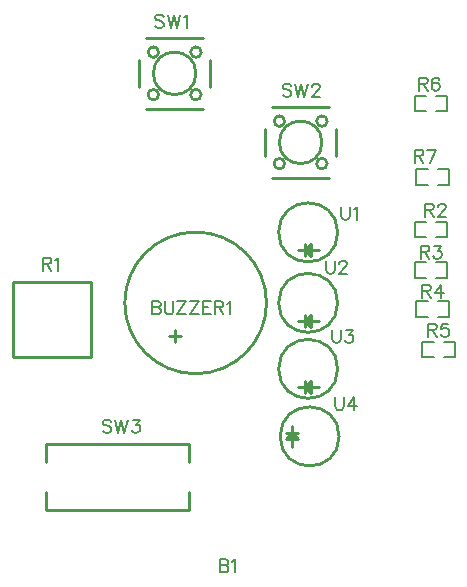
<source format=gto>
G04 Layer: TopSilkLayer*
G04 EasyEDA v6.4.25, 2021-11-23T19:48:26+05:30*
G04 6deea0fc31d746a092a9f6c351e50df0,9f4002972f33485ea6085689b454d61d,10*
G04 Gerber Generator version 0.2*
G04 Scale: 100 percent, Rotated: No, Reflected: No *
G04 Dimensions in millimeters *
G04 leading zeros omitted , absolute positions ,4 integer and 5 decimal *
%FSLAX45Y45*%
%MOMM*%

%ADD10C,0.2540*%
%ADD19C,0.1524*%

%LPD*%
D19*
X3086100Y1448815D02*
G01*
X3086100Y1339850D01*
X3086100Y1448815D02*
G01*
X3132836Y1448815D01*
X3148329Y1443736D01*
X3153663Y1438402D01*
X3158743Y1427987D01*
X3158743Y1417573D01*
X3153663Y1407160D01*
X3148329Y1402079D01*
X3132836Y1397000D01*
X3086100Y1397000D02*
G01*
X3132836Y1397000D01*
X3148329Y1391665D01*
X3153663Y1386586D01*
X3158743Y1376171D01*
X3158743Y1360423D01*
X3153663Y1350010D01*
X3148329Y1344929D01*
X3132836Y1339850D01*
X3086100Y1339850D01*
X3193034Y1427987D02*
G01*
X3203447Y1433321D01*
X3219195Y1448815D01*
X3219195Y1339850D01*
X2514600Y3633215D02*
G01*
X2514600Y3524250D01*
X2514600Y3633215D02*
G01*
X2561336Y3633215D01*
X2576829Y3628136D01*
X2582163Y3622802D01*
X2587243Y3612387D01*
X2587243Y3601973D01*
X2582163Y3591560D01*
X2576829Y3586479D01*
X2561336Y3581400D01*
X2514600Y3581400D02*
G01*
X2561336Y3581400D01*
X2576829Y3576065D01*
X2582163Y3570986D01*
X2587243Y3560571D01*
X2587243Y3544823D01*
X2582163Y3534410D01*
X2576829Y3529329D01*
X2561336Y3524250D01*
X2514600Y3524250D01*
X2621534Y3633215D02*
G01*
X2621534Y3555237D01*
X2626868Y3539744D01*
X2637281Y3529329D01*
X2652775Y3524250D01*
X2663190Y3524250D01*
X2678684Y3529329D01*
X2689097Y3539744D01*
X2694431Y3555237D01*
X2694431Y3633215D01*
X2801365Y3633215D02*
G01*
X2728722Y3524250D01*
X2728722Y3633215D02*
G01*
X2801365Y3633215D01*
X2728722Y3524250D02*
G01*
X2801365Y3524250D01*
X2908300Y3633215D02*
G01*
X2835656Y3524250D01*
X2835656Y3633215D02*
G01*
X2908300Y3633215D01*
X2835656Y3524250D02*
G01*
X2908300Y3524250D01*
X2942590Y3633215D02*
G01*
X2942590Y3524250D01*
X2942590Y3633215D02*
G01*
X3010154Y3633215D01*
X2942590Y3581400D02*
G01*
X2984245Y3581400D01*
X2942590Y3524250D02*
G01*
X3010154Y3524250D01*
X3044443Y3633215D02*
G01*
X3044443Y3524250D01*
X3044443Y3633215D02*
G01*
X3091179Y3633215D01*
X3106927Y3628136D01*
X3112008Y3622802D01*
X3117341Y3612387D01*
X3117341Y3601973D01*
X3112008Y3591560D01*
X3106927Y3586479D01*
X3091179Y3581400D01*
X3044443Y3581400D01*
X3081020Y3581400D02*
G01*
X3117341Y3524250D01*
X3151631Y3612387D02*
G01*
X3162045Y3617721D01*
X3177540Y3633215D01*
X3177540Y3524250D01*
X1587500Y4001515D02*
G01*
X1587500Y3892550D01*
X1587500Y4001515D02*
G01*
X1634236Y4001515D01*
X1649729Y3996436D01*
X1655063Y3991102D01*
X1660144Y3980687D01*
X1660144Y3970273D01*
X1655063Y3959860D01*
X1649729Y3954779D01*
X1634236Y3949700D01*
X1587500Y3949700D01*
X1623821Y3949700D02*
G01*
X1660144Y3892550D01*
X1694434Y3980687D02*
G01*
X1704847Y3986021D01*
X1720595Y4001515D01*
X1720595Y3892550D01*
X4826000Y4458715D02*
G01*
X4826000Y4349750D01*
X4826000Y4458715D02*
G01*
X4872736Y4458715D01*
X4888229Y4453636D01*
X4893563Y4448302D01*
X4898643Y4437887D01*
X4898643Y4427473D01*
X4893563Y4417060D01*
X4888229Y4411979D01*
X4872736Y4406900D01*
X4826000Y4406900D01*
X4862322Y4406900D02*
G01*
X4898643Y4349750D01*
X4938268Y4432807D02*
G01*
X4938268Y4437887D01*
X4943347Y4448302D01*
X4948681Y4453636D01*
X4959095Y4458715D01*
X4979670Y4458715D01*
X4990084Y4453636D01*
X4995418Y4448302D01*
X5000497Y4437887D01*
X5000497Y4427473D01*
X4995418Y4417060D01*
X4985004Y4401565D01*
X4932934Y4349750D01*
X5005831Y4349750D01*
X4787900Y4103115D02*
G01*
X4787900Y3994150D01*
X4787900Y4103115D02*
G01*
X4834636Y4103115D01*
X4850129Y4098036D01*
X4855463Y4092702D01*
X4860543Y4082287D01*
X4860543Y4071873D01*
X4855463Y4061460D01*
X4850129Y4056379D01*
X4834636Y4051300D01*
X4787900Y4051300D01*
X4824222Y4051300D02*
G01*
X4860543Y3994150D01*
X4905247Y4103115D02*
G01*
X4962397Y4103115D01*
X4931409Y4061460D01*
X4946904Y4061460D01*
X4957318Y4056379D01*
X4962397Y4051300D01*
X4967731Y4035552D01*
X4967731Y4025137D01*
X4962397Y4009644D01*
X4951984Y3999229D01*
X4936490Y3994150D01*
X4920995Y3994150D01*
X4905247Y3999229D01*
X4900168Y4004310D01*
X4894834Y4014723D01*
X4800600Y3772915D02*
G01*
X4800600Y3663950D01*
X4800600Y3772915D02*
G01*
X4847336Y3772915D01*
X4862829Y3767836D01*
X4868163Y3762502D01*
X4873243Y3752087D01*
X4873243Y3741673D01*
X4868163Y3731260D01*
X4862829Y3726179D01*
X4847336Y3721100D01*
X4800600Y3721100D01*
X4836922Y3721100D02*
G01*
X4873243Y3663950D01*
X4959604Y3772915D02*
G01*
X4907534Y3700271D01*
X4985511Y3700271D01*
X4959604Y3772915D02*
G01*
X4959604Y3663950D01*
X4851400Y3442715D02*
G01*
X4851400Y3333750D01*
X4851400Y3442715D02*
G01*
X4898136Y3442715D01*
X4913629Y3437636D01*
X4918963Y3432302D01*
X4924043Y3421887D01*
X4924043Y3411473D01*
X4918963Y3401060D01*
X4913629Y3395979D01*
X4898136Y3390900D01*
X4851400Y3390900D01*
X4887722Y3390900D02*
G01*
X4924043Y3333750D01*
X5020818Y3442715D02*
G01*
X4968747Y3442715D01*
X4963668Y3395979D01*
X4968747Y3401060D01*
X4984495Y3406394D01*
X4999990Y3406394D01*
X5015484Y3401060D01*
X5025897Y3390900D01*
X5031231Y3375152D01*
X5031231Y3364737D01*
X5025897Y3349244D01*
X5015484Y3338829D01*
X4999990Y3333750D01*
X4984495Y3333750D01*
X4968747Y3338829D01*
X4963668Y3343910D01*
X4958334Y3354323D01*
X4737100Y4915915D02*
G01*
X4737100Y4806950D01*
X4737100Y4915915D02*
G01*
X4783836Y4915915D01*
X4799329Y4910836D01*
X4804663Y4905502D01*
X4809743Y4895087D01*
X4809743Y4884673D01*
X4804663Y4874260D01*
X4799329Y4869179D01*
X4783836Y4864100D01*
X4737100Y4864100D01*
X4773422Y4864100D02*
G01*
X4809743Y4806950D01*
X4916931Y4915915D02*
G01*
X4864861Y4806950D01*
X4844034Y4915915D02*
G01*
X4916931Y4915915D01*
X2612643Y6043421D02*
G01*
X2602229Y6053836D01*
X2586736Y6058915D01*
X2565908Y6058915D01*
X2550413Y6053836D01*
X2540000Y6043421D01*
X2540000Y6033007D01*
X2545079Y6022594D01*
X2550413Y6017260D01*
X2560827Y6012179D01*
X2592070Y6001765D01*
X2602229Y5996686D01*
X2607563Y5991352D01*
X2612643Y5980937D01*
X2612643Y5965444D01*
X2602229Y5955029D01*
X2586736Y5949950D01*
X2565908Y5949950D01*
X2550413Y5955029D01*
X2540000Y5965444D01*
X2646934Y6058915D02*
G01*
X2673095Y5949950D01*
X2699004Y6058915D02*
G01*
X2673095Y5949950D01*
X2699004Y6058915D02*
G01*
X2724911Y5949950D01*
X2750820Y6058915D02*
G01*
X2724911Y5949950D01*
X2785109Y6038087D02*
G01*
X2795524Y6043421D01*
X2811272Y6058915D01*
X2811272Y5949950D01*
X3692143Y5459221D02*
G01*
X3681729Y5469636D01*
X3666236Y5474715D01*
X3645408Y5474715D01*
X3629913Y5469636D01*
X3619500Y5459221D01*
X3619500Y5448807D01*
X3624579Y5438394D01*
X3629913Y5433060D01*
X3640327Y5427979D01*
X3671570Y5417565D01*
X3681729Y5412486D01*
X3687063Y5407152D01*
X3692143Y5396737D01*
X3692143Y5381244D01*
X3681729Y5370829D01*
X3666236Y5365750D01*
X3645408Y5365750D01*
X3629913Y5370829D01*
X3619500Y5381244D01*
X3726434Y5474715D02*
G01*
X3752595Y5365750D01*
X3778504Y5474715D02*
G01*
X3752595Y5365750D01*
X3778504Y5474715D02*
G01*
X3804411Y5365750D01*
X3830320Y5474715D02*
G01*
X3804411Y5365750D01*
X3869943Y5448807D02*
G01*
X3869943Y5453887D01*
X3875024Y5464302D01*
X3880358Y5469636D01*
X3890772Y5474715D01*
X3911600Y5474715D01*
X3921759Y5469636D01*
X3927093Y5464302D01*
X3932174Y5453887D01*
X3932174Y5443473D01*
X3927093Y5433060D01*
X3916679Y5417565D01*
X3864609Y5365750D01*
X3937508Y5365750D01*
X2168143Y2614421D02*
G01*
X2157729Y2624836D01*
X2142236Y2629915D01*
X2121408Y2629915D01*
X2105913Y2624836D01*
X2095500Y2614421D01*
X2095500Y2604007D01*
X2100579Y2593594D01*
X2105913Y2588260D01*
X2116327Y2583179D01*
X2147570Y2572765D01*
X2157729Y2567686D01*
X2163063Y2562352D01*
X2168143Y2551937D01*
X2168143Y2536444D01*
X2157729Y2526029D01*
X2142236Y2520950D01*
X2121408Y2520950D01*
X2105913Y2526029D01*
X2095500Y2536444D01*
X2202434Y2629915D02*
G01*
X2228595Y2520950D01*
X2254504Y2629915D02*
G01*
X2228595Y2520950D01*
X2254504Y2629915D02*
G01*
X2280411Y2520950D01*
X2306320Y2629915D02*
G01*
X2280411Y2520950D01*
X2351024Y2629915D02*
G01*
X2408174Y2629915D01*
X2377186Y2588260D01*
X2392679Y2588260D01*
X2403093Y2583179D01*
X2408174Y2578100D01*
X2413508Y2562352D01*
X2413508Y2551937D01*
X2408174Y2536444D01*
X2397759Y2526029D01*
X2382265Y2520950D01*
X2366772Y2520950D01*
X2351024Y2526029D01*
X2345943Y2531110D01*
X2340609Y2541523D01*
X4114800Y4433315D02*
G01*
X4114800Y4355337D01*
X4119879Y4339844D01*
X4130293Y4329429D01*
X4146041Y4324350D01*
X4156456Y4324350D01*
X4171950Y4329429D01*
X4182363Y4339844D01*
X4187443Y4355337D01*
X4187443Y4433315D01*
X4221734Y4412487D02*
G01*
X4232147Y4417821D01*
X4247895Y4433315D01*
X4247895Y4324350D01*
X3987800Y3976115D02*
G01*
X3987800Y3898137D01*
X3992879Y3882644D01*
X4003293Y3872229D01*
X4019041Y3867150D01*
X4029456Y3867150D01*
X4044950Y3872229D01*
X4055363Y3882644D01*
X4060443Y3898137D01*
X4060443Y3976115D01*
X4100068Y3950207D02*
G01*
X4100068Y3955287D01*
X4105147Y3965702D01*
X4110481Y3971036D01*
X4120895Y3976115D01*
X4141470Y3976115D01*
X4151884Y3971036D01*
X4157218Y3965702D01*
X4162297Y3955287D01*
X4162297Y3944873D01*
X4157218Y3934460D01*
X4146804Y3918965D01*
X4094734Y3867150D01*
X4167631Y3867150D01*
X4038600Y3391915D02*
G01*
X4038600Y3313937D01*
X4043679Y3298444D01*
X4054093Y3288029D01*
X4069841Y3282950D01*
X4080256Y3282950D01*
X4095750Y3288029D01*
X4106163Y3298444D01*
X4111243Y3313937D01*
X4111243Y3391915D01*
X4155947Y3391915D02*
G01*
X4213097Y3391915D01*
X4182109Y3350260D01*
X4197604Y3350260D01*
X4208018Y3345179D01*
X4213097Y3340100D01*
X4218431Y3324352D01*
X4218431Y3313937D01*
X4213097Y3298444D01*
X4202684Y3288029D01*
X4187190Y3282950D01*
X4171695Y3282950D01*
X4155947Y3288029D01*
X4150868Y3293110D01*
X4145534Y3303523D01*
X4064000Y2820415D02*
G01*
X4064000Y2742437D01*
X4069079Y2726944D01*
X4079493Y2716529D01*
X4095241Y2711450D01*
X4105656Y2711450D01*
X4121150Y2716529D01*
X4131563Y2726944D01*
X4136643Y2742437D01*
X4136643Y2820415D01*
X4223004Y2820415D02*
G01*
X4170934Y2747771D01*
X4248911Y2747771D01*
X4223004Y2820415D02*
G01*
X4223004Y2711450D01*
X4775200Y5525515D02*
G01*
X4775200Y5416550D01*
X4775200Y5525515D02*
G01*
X4821936Y5525515D01*
X4837429Y5520436D01*
X4842763Y5515102D01*
X4847843Y5504687D01*
X4847843Y5494273D01*
X4842763Y5483860D01*
X4837429Y5478779D01*
X4821936Y5473700D01*
X4775200Y5473700D01*
X4811522Y5473700D02*
G01*
X4847843Y5416550D01*
X4944618Y5510021D02*
G01*
X4939284Y5520436D01*
X4923790Y5525515D01*
X4913375Y5525515D01*
X4897881Y5520436D01*
X4887468Y5504687D01*
X4882134Y5478779D01*
X4882134Y5452871D01*
X4887468Y5432044D01*
X4897881Y5421629D01*
X4913375Y5416550D01*
X4918709Y5416550D01*
X4934204Y5421629D01*
X4944618Y5432044D01*
X4949697Y5447537D01*
X4949697Y5452871D01*
X4944618Y5468365D01*
X4934204Y5478779D01*
X4918709Y5483860D01*
X4913375Y5483860D01*
X4897881Y5478779D01*
X4887468Y5468365D01*
X4882134Y5452871D01*
D10*
X2705100Y3289300D02*
G01*
X2705100Y3390900D01*
X2654300Y3340100D02*
G01*
X2755900Y3340100D01*
X1333500Y3797300D02*
G01*
X1993900Y3797300D01*
X1993900Y3162300D01*
X1333500Y3162300D01*
X1333500Y3797300D01*
D19*
X4834178Y4307860D02*
G01*
X4738291Y4307860D01*
X4738291Y4175739D01*
X4834178Y4175739D01*
X4919421Y4307860D02*
G01*
X5015308Y4307860D01*
X5015308Y4175739D01*
X4919421Y4175739D01*
X4834178Y3964960D02*
G01*
X4738291Y3964960D01*
X4738291Y3832839D01*
X4834178Y3832839D01*
X4919421Y3964960D02*
G01*
X5015308Y3964960D01*
X5015308Y3832839D01*
X4919421Y3832839D01*
X4846878Y3634760D02*
G01*
X4750991Y3634760D01*
X4750991Y3502639D01*
X4846878Y3502639D01*
X4932121Y3634760D02*
G01*
X5028008Y3634760D01*
X5028008Y3502639D01*
X4932121Y3502639D01*
X4897678Y3291860D02*
G01*
X4801791Y3291860D01*
X4801791Y3159739D01*
X4897678Y3159739D01*
X4982921Y3291860D02*
G01*
X5078808Y3291860D01*
X5078808Y3159739D01*
X4982921Y3159739D01*
X4932121Y4620239D02*
G01*
X5028008Y4620239D01*
X5028008Y4752360D01*
X4932121Y4752360D01*
X4846878Y4620239D02*
G01*
X4750991Y4620239D01*
X4750991Y4752360D01*
X4846878Y4752360D01*
D10*
X2945511Y5262600D02*
G01*
X2464688Y5262600D01*
X2405100Y5447908D02*
G01*
X2405100Y5677291D01*
X2464688Y5862599D02*
G01*
X2945511Y5862599D01*
X3005099Y5677291D02*
G01*
X3005099Y5447908D01*
X4012311Y4678400D02*
G01*
X3531488Y4678400D01*
X3471900Y4863708D02*
G01*
X3471900Y5093091D01*
X3531488Y5278399D02*
G01*
X4012311Y5278399D01*
X4071899Y5093091D02*
G01*
X4071899Y4863708D01*
X2827500Y2275984D02*
G01*
X2827500Y2426299D01*
X2827500Y1866300D02*
G01*
X2827500Y2016615D01*
X1617499Y2275984D02*
G01*
X1617499Y2426299D01*
X1617499Y1866300D02*
G01*
X1617499Y2016615D01*
X1617499Y2426299D02*
G01*
X2827500Y2426299D01*
X2827500Y1866300D02*
G01*
X1617499Y1866300D01*
X3924300Y4064000D02*
G01*
X3746576Y4064000D01*
X3810076Y4013200D02*
G01*
X3810076Y4114800D01*
X3810787Y4064000D02*
G01*
X3810787Y4063288D01*
X3860876Y4013200D01*
X3860876Y4114800D01*
X3860876Y4114800D02*
G01*
X3860175Y4114800D01*
X3809375Y4064000D01*
X3924300Y3467100D02*
G01*
X3746576Y3467100D01*
X3810076Y3416300D02*
G01*
X3810076Y3517900D01*
X3810787Y3467100D02*
G01*
X3810787Y3466388D01*
X3860876Y3416300D01*
X3860876Y3517900D01*
X3860876Y3517900D02*
G01*
X3860175Y3517900D01*
X3809375Y3467100D01*
X3924300Y2908300D02*
G01*
X3746576Y2908300D01*
X3810076Y2857500D02*
G01*
X3810076Y2959100D01*
X3810787Y2908300D02*
G01*
X3810787Y2907588D01*
X3860876Y2857500D01*
X3860876Y2959100D01*
X3860876Y2959100D02*
G01*
X3860175Y2959100D01*
X3809375Y2908300D01*
X3695700Y2400300D02*
G01*
X3695700Y2578023D01*
X3644900Y2514523D02*
G01*
X3746500Y2514523D01*
X3695700Y2513812D02*
G01*
X3694988Y2513812D01*
X3644900Y2463723D01*
X3746500Y2463723D01*
X3746500Y2463723D02*
G01*
X3746500Y2464424D01*
X3695700Y2515224D01*
D19*
X4919421Y5242539D02*
G01*
X5015308Y5242539D01*
X5015308Y5374660D01*
X4919421Y5374660D01*
X4834178Y5242539D02*
G01*
X4738291Y5242539D01*
X4738291Y5374660D01*
X4834178Y5374660D01*
D10*
G75*
G01
X3482848Y3619500D02*
G03X3482848Y3619500I-599948J0D01*
G75*
G01
X2885110Y5562600D02*
G03X2885110Y5562600I-180010J0D01*
G75*
G01
X2569820Y5382616D02*
G03X2569820Y5382616I-44729J0D01*
G75*
G01
X2929839Y5382590D02*
G03X2929839Y5382590I-44729J0D01*
G75*
G01
X2929839Y5742610D02*
G03X2929839Y5742610I-44729J0D01*
G75*
G01
X2569820Y5742610D02*
G03X2569820Y5742610I-44729J0D01*
G75*
G01
X3951910Y4978400D02*
G03X3951910Y4978400I-180010J0D01*
G75*
G01
X3636620Y4798416D02*
G03X3636620Y4798416I-44729J0D01*
G75*
G01
X3996639Y4798390D02*
G03X3996639Y4798390I-44729J0D01*
G75*
G01
X3996639Y5158410D02*
G03X3996639Y5158410I-44729J0D01*
G75*
G01
X3636620Y5158410D02*
G03X3636620Y5158410I-44729J0D01*
G75*
G01
X4085412Y4216400D02*
G03X4085412Y4216400I-250012J0D01*
G75*
G01
X4085412Y3619500D02*
G03X4085412Y3619500I-250012J0D01*
G75*
G01
X4085412Y3060700D02*
G03X4085412Y3060700I-250012J0D01*
G75*
G01
X4098112Y2489200D02*
G03X4098112Y2489200I-250012J0D01*
M02*

</source>
